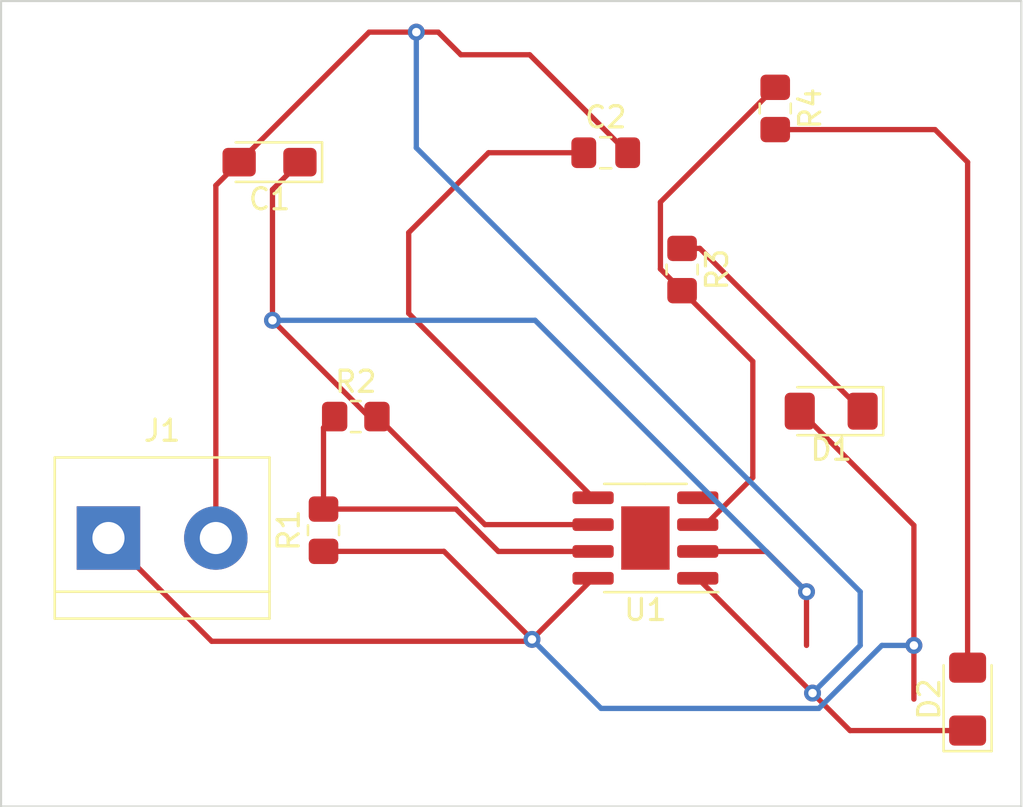
<source format=kicad_pcb>
(kicad_pcb (version 20211014) (generator pcbnew)
  (layers (0 "F.Cu" signal) (31 "B.Cu" signal) (34 "B.Paste" user) (35 "F.Paste" user) (36 "B.SilkS" user "B.Silkscreen") (37 "F.SilkS" user "F.Silkscreen") (38 "B.Mask" user) (39 "F.Mask" user) (44 "Edge.Cuts" user))
  (net 0 "")
  (net 1 "/pin_2")
  (net 2 "GND")
  (net 3 "Net-(C2-Pad1)")
  (net 4 "Net-(D1-Pad1)")
  (net 5 "+9V")
  (net 6 "Net-(D2-Pad2)")
  (net 7 "/pin_7")
  (net 8 "/pin_3")
  (net 9 "/+9V ")
  (footprint "Package_SO:SOIC-8-1EP_3.9x4.9mm_P1.27mm_EP2.29x3mm" (layer "F.Cu") (at 167.64 78.74 180)
    (fp_text reference "U1" (at 0 -3.4) (layer "F.SilkS"))
    (fp_text value "NE555D")
    (fp_line (start 0 -2.56) (end 1.95 -2.56) (layer "F.SilkS") (width 0.12))
    (fp_line (start 0 -2.56) (end -3.45 -2.56) (layer "F.SilkS") (width 0.12))
    (fp_line (start 0 2.56) (end -1.95 2.56) (layer "F.SilkS") (width 0.12))
    (fp_line (start 0 2.56) (end 1.95 2.56) (layer "F.SilkS") (width 0.12))
    (pad "1" smd roundrect (at -2.475 -1.905 180) (size 1.95 0.6) (layers "F.Cu" "F.Paste" "F.Mask") (net 2 "GND"))
    (pad "2" smd roundrect (at -2.475 -0.635 180) (size 1.95 0.6) (layers "F.Cu" "F.Paste" "F.Mask") (net 1 "/pin_2"))
    (pad "3" smd roundrect (at -2.475 0.635 180) (size 1.95 0.6) (layers "F.Cu" "F.Paste" "F.Mask") (net 8 "/pin_3"))
    (pad "4" smd roundrect (at -2.475 1.905 180) (size 1.95 0.6) (layers "F.Cu" "F.Paste" "F.Mask") (net 9 "/+9V "))
    (pad "5" smd roundrect (at 2.475 1.905 180) (size 1.95 0.6) (layers "F.Cu" "F.Paste" "F.Mask") (net 3 "Net-(C2-Pad1)"))
    (pad "6" smd roundrect (at 2.475 0.635 180) (size 1.95 0.6) (layers "F.Cu" "F.Paste" "F.Mask") (net 1 "/pin_2"))
    (pad "7" smd roundrect (at 2.475 -0.635 180) (size 1.95 0.6) (layers "F.Cu" "F.Paste" "F.Mask") (net 7 "/pin_7"))
    (pad "8" smd roundrect (at 2.475 -1.905 180) (size 1.95 0.6) (layers "F.Cu" "F.Paste" "F.Mask") (net 5 "+9V"))
    (pad "9" smd rect (at 0 0 180) (size 2.29 3) (layers "F.Cu" "F.Mask"))
  )
  (footprint "Resistor_SMD:R_0805_2012Metric_Pad1.20x1.40mm_HandSolder" (layer "F.Cu") (at 153.94 72.995)
    (fp_text reference "R2" (at 0 -1.65) (layer "F.SilkS"))
    (fp_text value "R")
    (fp_line (start -0.227064 0.735) (end 0.227064 0.735) (layer "F.SilkS") (width 0.12))
    (fp_line (start -0.227064 -0.735) (end 0.227064 -0.735) (layer "F.SilkS") (width 0.12))
    (pad "1" smd roundrect (at -1 0) (size 1.2 1.4) (layers "F.Cu" "F.Paste" "F.Mask") (roundrect_rratio 0.2083333333) (net 7 "/pin_7"))
    (pad "2" smd roundrect (at 1 0) (size 1.2 1.4) (layers "F.Cu" "F.Paste" "F.Mask") (roundrect_rratio 0.2083333333) (net 1 "/pin_2"))
  )
  (footprint "LED_SMD:LED_1206_3216Metric_Pad1.42x1.75mm_HandSolder" (layer "F.Cu") (at 176.4275 72.74 180)
    (fp_text reference "D1" (at 0 -1.82) (layer "F.SilkS"))
    (fp_text value "LED")
    (fp_line (start 1.6 -1.135) (end -2.46 -1.135) (layer "F.SilkS") (width 0.12))
    (fp_line (start -2.46 -1.135) (end -2.46 1.135) (layer "F.SilkS") (width 0.12))
    (fp_line (start -2.46 1.135) (end 1.6 1.135) (layer "F.SilkS") (width 0.12))
    (pad "1" smd roundrect (at -1.4875 0 180) (size 1.425 1.75) (layers "F.Cu" "F.Paste" "F.Mask") (roundrect_rratio 0.1754392982) (net 4 "Net-(D1-Pad1)"))
    (pad "2" smd roundrect (at 1.4875 0 180) (size 1.425 1.75) (layers "F.Cu" "F.Paste" "F.Mask") (roundrect_rratio 0.1754392982) (net 5 "+9V"))
  )
  (footprint "TerminalBlock:TerminalBlock_bornier-2_P5.08mm" (layer "F.Cu") (at 142.24 78.74)
    (fp_text reference "J1" (at 2.54 -5.08) (layer "F.SilkS"))
    (fp_text value "9V")
    (fp_line (start -2.54 3.81) (end 7.62 3.81) (layer "F.SilkS") (width 0.12))
    (fp_line (start -2.54 -3.81) (end -2.54 3.81) (layer "F.SilkS") (width 0.12))
    (fp_line (start 7.62 -3.81) (end -2.54 -3.81) (layer "F.SilkS") (width 0.12))
    (fp_line (start 7.62 3.81) (end 7.62 -3.81) (layer "F.SilkS") (width 0.12))
    (fp_line (start 7.62 2.54) (end -2.54 2.54) (layer "F.SilkS") (width 0.12))
    (pad "1" thru_hole rect (at 0 0) (size 3 3) (drill 1.52) (layers *.Cu *.Mask) (net 5 "+9V"))
    (pad "2" thru_hole circle (at 5.08 0) (size 3 3) (drill 1.52) (layers *.Cu *.Mask) (net 2 "GND"))
  )
  (footprint "Capacitor_Tantalum_SMD:CP_EIA-3216-18_Kemet-A_Pad1.58x1.35mm_HandSolder" (layer "F.Cu") (at 149.86 60.96 180)
    (fp_text reference "C1" (at 0 -1.75) (layer "F.SilkS"))
    (fp_text value "10uF")
    (fp_line (start 1.6 -0.935) (end -2.485 -0.935) (layer "F.SilkS") (width 0.12))
    (fp_line (start -2.485 0.935) (end 1.6 0.935) (layer "F.SilkS") (width 0.12))
    (fp_line (start -2.485 -0.935) (end -2.485 0.935) (layer "F.SilkS") (width 0.12))
    (pad "1" smd roundrect (at -1.4375 0 180) (size 1.575 1.35) (layers "F.Cu" "F.Paste" "F.Mask") (roundrect_rratio 0.1851851852) (net 1 "/pin_2"))
    (pad "2" smd roundrect (at 1.4375 0 180) (size 1.575 1.35) (layers "F.Cu" "F.Paste" "F.Mask") (roundrect_rratio 0.1851851852) (net 2 "GND"))
  )
  (footprint "Capacitor_SMD:C_0805_2012Metric_Pad1.18x1.45mm_HandSolder" (layer "F.Cu") (at 165.762504 60.515)
    (fp_text reference "C2" (at 0 -1.68) (layer "F.SilkS"))
    (fp_text value "0.01uF")
    (fp_line (start -0.261252 0.735) (end 0.261252 0.735) (layer "F.SilkS") (width 0.12))
    (fp_line (start -0.261252 -0.735) (end 0.261252 -0.735) (layer "F.SilkS") (width 0.12))
    (pad "1" smd roundrect (at -1.0375 0) (size 1.175 1.45) (layers "F.Cu" "F.Paste" "F.Mask") (roundrect_rratio 0.2127659574) (net 3 "Net-(C2-Pad1)"))
    (pad "2" smd roundrect (at 1.0375 0) (size 1.175 1.45) (layers "F.Cu" "F.Paste" "F.Mask") (roundrect_rratio 0.2127659574) (net 2 "GND"))
  )
  (footprint "Resistor_SMD:R_0805_2012Metric_Pad1.20x1.40mm_HandSolder" (layer "F.Cu") (at 152.412936 78.370872 90)
    (fp_text reference "R1" (at 0 -1.65 90) (layer "F.SilkS"))
    (fp_text value "R")
    (fp_line (start -0.227064 0.735) (end 0.227064 0.735) (layer "F.SilkS") (width 0.12))
    (fp_line (start -0.227064 -0.735) (end 0.227064 -0.735) (layer "F.SilkS") (width 0.12))
    (pad "1" smd roundrect (at -1 0 90) (size 1.2 1.4) (layers "F.Cu" "F.Paste" "F.Mask") (roundrect_rratio 0.2083333333) (net 5 "+9V"))
    (pad "2" smd roundrect (at 1 0 90) (size 1.2 1.4) (layers "F.Cu" "F.Paste" "F.Mask") (roundrect_rratio 0.2083333333) (net 7 "/pin_7"))
  )
  (footprint "Resistor_SMD:R_0805_2012Metric_Pad1.20x1.40mm_HandSolder" (layer "F.Cu") (at 169.375 66.04 -90)
    (fp_text reference "R3" (at 0 -1.65 90) (layer "F.SilkS"))
    (fp_text value "R")
    (fp_line (start -0.227064 -0.735) (end 0.227064 -0.735) (layer "F.SilkS") (width 0.12))
    (fp_line (start -0.227064 0.735) (end 0.227064 0.735) (layer "F.SilkS") (width 0.12))
    (pad "1" smd roundrect (at -1 0 270) (size 1.2 1.4) (layers "F.Cu" "F.Paste" "F.Mask") (roundrect_rratio 0.2083333333) (net 4 "Net-(D1-Pad1)"))
    (pad "2" smd roundrect (at 1 0 270) (size 1.2 1.4) (layers "F.Cu" "F.Paste" "F.Mask") (roundrect_rratio 0.2083333333) (net 8 "/pin_3"))
  )
  (footprint "LED_SMD:LED_1206_3216Metric_Pad1.42x1.75mm_HandSolder" (layer "F.Cu") (at 182.88 86.36 90)
    (fp_text reference "D2" (at 0 -1.82 90) (layer "F.SilkS"))
    (fp_text value "LED")
    (fp_line (start -2.46 -1.135) (end -2.46 1.135) (layer "F.SilkS") (width 0.12))
    (fp_line (start -2.46 1.135) (end 1.6 1.135) (layer "F.SilkS") (width 0.12))
    (fp_line (start 1.6 -1.135) (end -2.46 -1.135) (layer "F.SilkS") (width 0.12))
    (pad "1" smd roundrect (at -1.4875 0 90) (size 1.425 1.75) (layers "F.Cu" "F.Paste" "F.Mask") (roundrect_rratio 0.1754392982) (net 2 "GND"))
    (pad "2" smd roundrect (at 1.4875 0 90) (size 1.425 1.75) (layers "F.Cu" "F.Paste" "F.Mask") (roundrect_rratio 0.1754392982) (net 6 "Net-(D2-Pad2)"))
  )
  (footprint "Resistor_SMD:R_0805_2012Metric_Pad1.20x1.40mm_HandSolder" (layer "F.Cu") (at 173.78 58.42 -90)
    (fp_text reference "R4" (at 0 -1.65 90) (layer "F.SilkS"))
    (fp_text value "R")
    (fp_line (start -0.227064 0.735) (end 0.227064 0.735) (layer "F.SilkS") (width 0.12))
    (fp_line (start -0.227064 -0.735) (end 0.227064 -0.735) (layer "F.SilkS") (width 0.12))
    (pad "1" smd roundrect (at -1 0 270) (size 1.2 1.4) (layers "F.Cu" "F.Paste" "F.Mask") (roundrect_rratio 0.2083333333) (net 8 "/pin_3"))
    (pad "2" smd roundrect (at 1 0 270) (size 1.2 1.4) (layers "F.Cu" "F.Paste" "F.Mask") (roundrect_rratio 0.2083333333) (net 6 "Net-(D2-Pad2)"))
  )
  (gr_rect (start 185.42 91.44) (end 137.16 53.34) (layer "Edge.Cuts") (width 0.1) (fill none))
  (segment (start 160.05 78.105) (end 154.94 72.995) (width 0.25) (layer "F.Cu") (net 1))
  (segment (start 149.999087 62.258413) (end 149.999087 68.440913) (width 0.25) (layer "F.Cu") (net 1))
  (segment (start 154.553173 72.995) (end 154.94 72.995) (width 0.25) (layer "F.Cu") (net 1))
  (segment (start 175.26 81.28) (end 175.26 83.82) (width 0.25) (layer "F.Cu") (net 1))
  (segment (start 173.355 79.375) (end 175.26 81.28) (width 0.25) (layer "F.Cu") (net 1))
  (segment (start 170.115 79.375) (end 173.355 79.375) (width 0.25) (layer "F.Cu") (net 1))
  (segment (start 165.165 78.105) (end 160.05 78.105) (width 0.25) (layer "F.Cu") (net 1))
  (segment (start 149.999087 68.440913) (end 154.553173 72.995) (width 0.25) (layer "F.Cu") (net 1))
  (segment (start 151.2975 60.96) (end 149.999087 62.258413) (width 0.25) (layer "F.Cu") (net 1))
  (via (at 149.999087 68.440913) (size 0.8) (drill 0.4) (layers "F.Cu" "B.Cu") (net 1))
  (via (at 175.26 81.28) (size 0.8) (drill 0.4) (layers "F.Cu" "B.Cu") (net 1))
  (segment (start 149.999087 68.440913) (end 162.420913 68.440913) (width 0.25) (layer "B.Cu") (net 1))
  (segment (start 162.420913 68.440913) (end 175.26 81.28) (width 0.25) (layer "B.Cu") (net 1))
  (segment (start 156.802504 54.81) (end 157.840004 54.81) (width 0.25) (layer "F.Cu") (net 2))
  (segment (start 154.5725 54.81) (end 156.802504 54.81) (width 0.25) (layer "F.Cu") (net 2))
  (segment (start 157.840004 54.81) (end 158.910004 55.88) (width 0.25) (layer "F.Cu") (net 2))
  (segment (start 162.165004 55.88) (end 166.800004 60.515) (width 0.25) (layer "F.Cu") (net 2))
  (segment (start 175.545 86.075) (end 170.115 80.645) (width 0.25) (layer "F.Cu") (net 2))
  (segment (start 182.88 87.8475) (end 177.3175 87.8475) (width 0.25) (layer "F.Cu") (net 2))
  (segment (start 147.32 62.0625) (end 148.4225 60.96) (width 0.25) (layer "F.Cu") (net 2))
  (segment (start 177.3175 87.8475) (end 175.545 86.075) (width 0.25) (layer "F.Cu") (net 2))
  (segment (start 158.910004 55.88) (end 162.165004 55.88) (width 0.25) (layer "F.Cu") (net 2))
  (segment (start 148.4225 60.96) (end 154.5725 54.81) (width 0.25) (layer "F.Cu") (net 2))
  (segment (start 147.32 78.74) (end 147.32 62.0625) (width 0.25) (layer "F.Cu") (net 2))
  (via (at 156.802504 54.81) (size 0.8) (drill 0.4) (layers "F.Cu" "B.Cu") (net 2))
  (via (at 175.545 86.075) (size 0.8) (drill 0.4) (layers "F.Cu" "B.Cu") (net 2))
  (segment (start 156.802504 54.81) (end 156.802504 60.282504) (width 0.25) (layer "B.Cu") (net 2))
  (segment (start 177.8 81.28) (end 177.8 83.82) (width 0.25) (layer "B.Cu") (net 2))
  (segment (start 156.802504 60.282504) (end 177.8 81.28) (width 0.25) (layer "B.Cu") (net 2))
  (segment (start 177.8 83.82) (end 175.545 86.075) (width 0.25) (layer "B.Cu") (net 2))
  (segment (start 156.4425 64.292504) (end 156.4425 68.1125) (width 0.25) (layer "F.Cu") (net 3))
  (segment (start 156.4425 68.1125) (end 165.165 76.835) (width 0.25) (layer "F.Cu") (net 3))
  (segment (start 164.725004 60.515) (end 160.220004 60.515) (width 0.25) (layer "F.Cu") (net 3))
  (segment (start 160.220004 60.515) (end 156.4425 64.292504) (width 0.25) (layer "F.Cu") (net 3))
  (segment (start 169.375 65.04) (end 170.215 65.04) (width 0.25) (layer "F.Cu") (net 4))
  (segment (start 170.215 65.04) (end 177.915 72.74) (width 0.25) (layer "F.Cu") (net 4))
  (segment (start 162.185 83.625) (end 162.275 83.535) (width 0.25) (layer "F.Cu") (net 5))
  (segment (start 158.110872 79.370872) (end 162.275 83.535) (width 0.25) (layer "F.Cu") (net 5))
  (segment (start 174.94 72.74) (end 180.34 78.14) (width 0.25) (layer "F.Cu") (net 5))
  (segment (start 180.34 83.82) (end 180.34 86.36) (width 0.25) (layer "F.Cu") (net 5))
  (segment (start 152.412936 79.370872) (end 158.110872 79.370872) (width 0.25) (layer "F.Cu") (net 5))
  (segment (start 147.125 83.625) (end 162.185 83.625) (width 0.25) (layer "F.Cu") (net 5))
  (segment (start 165.165 80.645) (end 162.275 83.535) (width 0.25) (layer "F.Cu") (net 5))
  (segment (start 142.24 78.74) (end 147.125 83.625) (width 0.25) (layer "F.Cu") (net 5))
  (segment (start 180.34 78.14) (end 180.34 83.82) (width 0.25) (layer "F.Cu") (net 5))
  (via (at 180.34 83.82) (size 0.8) (drill 0.4) (layers "F.Cu" "B.Cu") (net 5))
  (via (at 162.275 83.535) (size 0.8) (drill 0.4) (layers "F.Cu" "B.Cu") (net 5))
  (segment (start 165.54 86.8) (end 162.275 83.535) (width 0.25) (layer "B.Cu") (net 5))
  (segment (start 175.845305 86.8) (end 178.825305 83.82) (width 0.25) (layer "B.Cu") (net 5))
  (segment (start 165.54 86.8) (end 175.845305 86.8) (width 0.25) (layer "B.Cu") (net 5))
  (segment (start 178.825305 83.82) (end 180.34 83.82) (width 0.25) (layer "B.Cu") (net 5))
  (segment (start 182.88 60.96) (end 182.88 84.8725) (width 0.25) (layer "F.Cu") (net 6))
  (segment (start 181.34 59.42) (end 182.88 60.96) (width 0.25) (layer "F.Cu") (net 6))
  (segment (start 173.78 59.42) (end 181.34 59.42) (width 0.25) (layer "F.Cu") (net 6))
  (segment (start 158.679476 77.370872) (end 160.683604 79.375) (width 0.25) (layer "F.Cu") (net 7))
  (segment (start 152.412936 73.522064) (end 152.412936 77.370872) (width 0.25) (layer "F.Cu") (net 7))
  (segment (start 152.94 72.995) (end 152.412936 73.522064) (width 0.25) (layer "F.Cu") (net 7))
  (segment (start 152.412936 77.370872) (end 158.679476 77.370872) (width 0.25) (layer "F.Cu") (net 7))
  (segment (start 160.683604 79.375) (end 165.165 79.375) (width 0.25) (layer "F.Cu") (net 7))
  (segment (start 173.78 57.42) (end 168.35 62.85) (width 0.25) (layer "F.Cu") (net 8))
  (segment (start 172.72 75.876751) (end 172.72 70.385) (width 0.25) (layer "F.Cu") (net 8))
  (segment (start 172.72 70.385) (end 169.375 67.04) (width 0.25) (layer "F.Cu") (net 8))
  (segment (start 168.35 62.85) (end 168.35 66.015) (width 0.25) (layer "F.Cu") (net 8))
  (segment (start 170.491751 78.105) (end 172.72 75.876751) (width 0.25) (layer "F.Cu") (net 8))
  (segment (start 168.35 66.015) (end 169.375 67.04) (width 0.25) (layer "F.Cu") (net 8))
  (segment (start 170.115 78.105) (end 170.491751 78.105) (width 0.25) (layer "F.Cu") (net 8))
)
</source>
